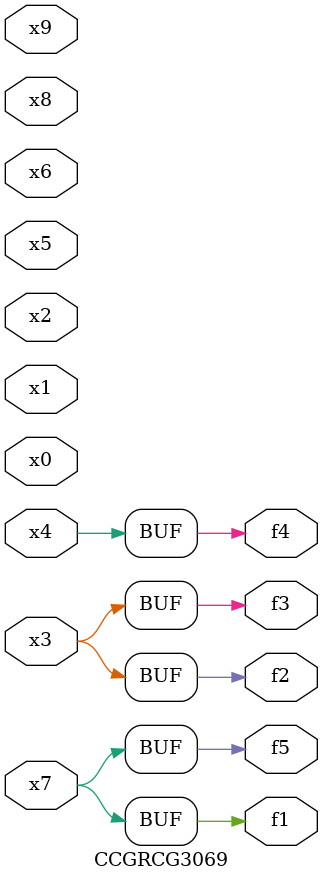
<source format=v>
module CCGRCG3069(
	input x0, x1, x2, x3, x4, x5, x6, x7, x8, x9,
	output f1, f2, f3, f4, f5
);
	assign f1 = x7;
	assign f2 = x3;
	assign f3 = x3;
	assign f4 = x4;
	assign f5 = x7;
endmodule

</source>
